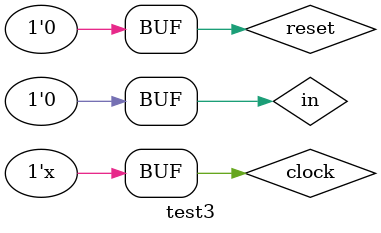
<source format=v>
module test3; 

reg clock, reset, in;
wire out;

  my_fsm U0 ( 
  .clock (clock),
  .reset (reset),
  .in    (in),
  .out  (out) 
  ); 
   
 
initial begin
  clock = 1;
  reset = 1;
  in = 0;
  $display("Starting simulation...");
  #2;
  reset = 0;
  #2;
  if (out !== 1'b0) $display("Failed 1"); 
  
  in = 0;
  #2;
  if (out !== 1'b0) $display("Failed 2");
  
  in = 0;  
  #2;
  if (out !== 1'b0) $display("Failed 3");
  
  in = 1;
  #2;
  if (out !== 1'b0) $display("Failed 4"); 
  
  in = 0;
  #2;
  if (out !== 1'b0) $display("Failed 5"); 
  
  #2 
  if (out !== 1'b0) $display("Failed 6");  
  $display("Done...");
end 
  

always begin
   #1 clock = !clock;
end
   
endmodule
</source>
